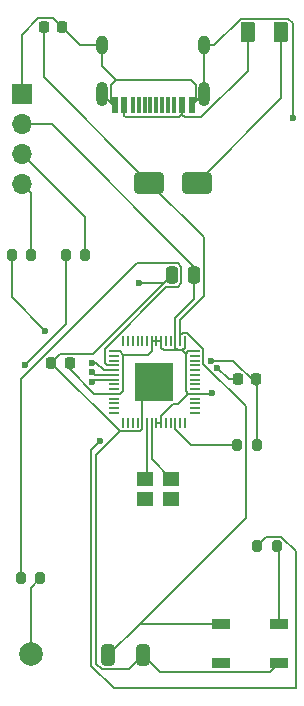
<source format=gbr>
%TF.GenerationSoftware,KiCad,Pcbnew,8.0.6*%
%TF.CreationDate,2025-05-14T20:02:39-04:00*%
%TF.ProjectId,touch_volume_controller,746f7563-685f-4766-9f6c-756d655f636f,rev?*%
%TF.SameCoordinates,Original*%
%TF.FileFunction,Copper,L1,Top*%
%TF.FilePolarity,Positive*%
%FSLAX46Y46*%
G04 Gerber Fmt 4.6, Leading zero omitted, Abs format (unit mm)*
G04 Created by KiCad (PCBNEW 8.0.6) date 2025-05-14 20:02:39*
%MOMM*%
%LPD*%
G01*
G04 APERTURE LIST*
G04 Aperture macros list*
%AMRoundRect*
0 Rectangle with rounded corners*
0 $1 Rounding radius*
0 $2 $3 $4 $5 $6 $7 $8 $9 X,Y pos of 4 corners*
0 Add a 4 corners polygon primitive as box body*
4,1,4,$2,$3,$4,$5,$6,$7,$8,$9,$2,$3,0*
0 Add four circle primitives for the rounded corners*
1,1,$1+$1,$2,$3*
1,1,$1+$1,$4,$5*
1,1,$1+$1,$6,$7*
1,1,$1+$1,$8,$9*
0 Add four rect primitives between the rounded corners*
20,1,$1+$1,$2,$3,$4,$5,0*
20,1,$1+$1,$4,$5,$6,$7,0*
20,1,$1+$1,$6,$7,$8,$9,0*
20,1,$1+$1,$8,$9,$2,$3,0*%
G04 Aperture macros list end*
%TA.AperFunction,SMDPad,CuDef*%
%ADD10RoundRect,0.200000X-0.200000X-0.275000X0.200000X-0.275000X0.200000X0.275000X-0.200000X0.275000X0*%
%TD*%
%TA.AperFunction,SMDPad,CuDef*%
%ADD11RoundRect,0.225000X-0.225000X-0.250000X0.225000X-0.250000X0.225000X0.250000X-0.225000X0.250000X0*%
%TD*%
%TA.AperFunction,SMDPad,CuDef*%
%ADD12R,1.400000X1.200000*%
%TD*%
%TA.AperFunction,SMDPad,CuDef*%
%ADD13RoundRect,0.250000X-0.325000X-0.650000X0.325000X-0.650000X0.325000X0.650000X-0.325000X0.650000X0*%
%TD*%
%TA.AperFunction,SMDPad,CuDef*%
%ADD14RoundRect,0.250000X1.000000X0.650000X-1.000000X0.650000X-1.000000X-0.650000X1.000000X-0.650000X0*%
%TD*%
%TA.AperFunction,SMDPad,CuDef*%
%ADD15C,2.000000*%
%TD*%
%TA.AperFunction,SMDPad,CuDef*%
%ADD16RoundRect,0.250000X-0.250000X-0.475000X0.250000X-0.475000X0.250000X0.475000X-0.250000X0.475000X0*%
%TD*%
%TA.AperFunction,SMDPad,CuDef*%
%ADD17RoundRect,0.090000X-0.660000X-0.360000X0.660000X-0.360000X0.660000X0.360000X-0.660000X0.360000X0*%
%TD*%
%TA.AperFunction,SMDPad,CuDef*%
%ADD18R,0.600000X1.450000*%
%TD*%
%TA.AperFunction,SMDPad,CuDef*%
%ADD19R,0.300000X1.450000*%
%TD*%
%TA.AperFunction,ComponentPad*%
%ADD20O,1.000000X2.100000*%
%TD*%
%TA.AperFunction,ComponentPad*%
%ADD21O,1.000000X1.600000*%
%TD*%
%TA.AperFunction,ComponentPad*%
%ADD22R,1.700000X1.700000*%
%TD*%
%TA.AperFunction,ComponentPad*%
%ADD23O,1.700000X1.700000*%
%TD*%
%TA.AperFunction,SMDPad,CuDef*%
%ADD24RoundRect,0.250000X-0.375000X-0.625000X0.375000X-0.625000X0.375000X0.625000X-0.375000X0.625000X0*%
%TD*%
%TA.AperFunction,SMDPad,CuDef*%
%ADD25RoundRect,0.050000X-0.387500X-0.050000X0.387500X-0.050000X0.387500X0.050000X-0.387500X0.050000X0*%
%TD*%
%TA.AperFunction,SMDPad,CuDef*%
%ADD26RoundRect,0.050000X-0.050000X-0.387500X0.050000X-0.387500X0.050000X0.387500X-0.050000X0.387500X0*%
%TD*%
%TA.AperFunction,HeatsinkPad*%
%ADD27R,3.200000X3.200000*%
%TD*%
%TA.AperFunction,ViaPad*%
%ADD28C,0.600000*%
%TD*%
%TA.AperFunction,Conductor*%
%ADD29C,0.200000*%
%TD*%
G04 APERTURE END LIST*
D10*
%TO.P,R4,1*%
%TO.N,/SDA*%
X30137600Y-70180200D03*
%TO.P,R4,2*%
%TO.N,Net-(J2-Pin_4)*%
X31787600Y-70180200D03*
%TD*%
D11*
%TO.P,C3,1*%
%TO.N,GND*%
X33464200Y-79324200D03*
%TO.P,C3,2*%
%TO.N,/+3.3V*%
X35014200Y-79324200D03*
%TD*%
D12*
%TO.P,Y1,1,1*%
%TO.N,Net-(U1-XOUT)*%
X43627400Y-89128600D03*
%TO.P,Y1,2,2*%
%TO.N,Net-(U1-XIN)*%
X41427400Y-89128600D03*
%TO.P,Y1,3*%
%TO.N,N/C*%
X41427400Y-90828600D03*
%TO.P,Y1,4*%
X43627400Y-90828600D03*
%TD*%
D10*
%TO.P,R2,1*%
%TO.N,/GPIO_TOUCH*%
X30874200Y-97561400D03*
%TO.P,R2,2*%
%TO.N,Net-(R2-Pad2)*%
X32524200Y-97561400D03*
%TD*%
D11*
%TO.P,C1,1*%
%TO.N,+5V_PROTECTED*%
X32829200Y-50876200D03*
%TO.P,C1,2*%
%TO.N,GND*%
X34379200Y-50876200D03*
%TD*%
D13*
%TO.P,C5,1*%
%TO.N,+5V_PROTECTED*%
X38301400Y-104063800D03*
%TO.P,C5,2*%
%TO.N,GND*%
X41251400Y-104063800D03*
%TD*%
D14*
%TO.P,D1,1,K*%
%TO.N,/+5V_IN*%
X45764200Y-64058800D03*
%TO.P,D1,2,A*%
%TO.N,+5V_PROTECTED*%
X41764200Y-64058800D03*
%TD*%
D10*
%TO.P,R3,1*%
%TO.N,/PWM_OUT*%
X50889400Y-94792800D03*
%TO.P,R3,2*%
%TO.N,Net-(D2-DIN)*%
X52539400Y-94792800D03*
%TD*%
%TO.P,R1,1*%
%TO.N,Net-(U1-RUN)*%
X49213000Y-86233000D03*
%TO.P,R1,2*%
%TO.N,/+3.3V*%
X50863000Y-86233000D03*
%TD*%
D11*
%TO.P,C4,1*%
%TO.N,GND*%
X49263000Y-80721200D03*
%TO.P,C4,2*%
%TO.N,/+3.3V*%
X50813000Y-80721200D03*
%TD*%
D15*
%TO.P,TP1,1,1*%
%TO.N,Net-(R2-Pad2)*%
X31724600Y-103962200D03*
%TD*%
D16*
%TO.P,C2,1*%
%TO.N,GND*%
X43677800Y-71882000D03*
%TO.P,C2,2*%
%TO.N,/+3.3V*%
X45577800Y-71882000D03*
%TD*%
D17*
%TO.P,D2,1,VDD*%
%TO.N,+5V_PROTECTED*%
X47816600Y-101423200D03*
%TO.P,D2,2,DOUT*%
%TO.N,unconnected-(D2-DOUT-Pad2)*%
X47816600Y-104723200D03*
%TO.P,D2,3,VSS*%
%TO.N,GND*%
X52716600Y-104723200D03*
%TO.P,D2,4,DIN*%
%TO.N,Net-(D2-DIN)*%
X52716600Y-101423200D03*
%TD*%
D10*
%TO.P,R5,1*%
%TO.N,/SCL*%
X34709600Y-70205600D03*
%TO.P,R5,2*%
%TO.N,Net-(J2-Pin_3)*%
X36359600Y-70205600D03*
%TD*%
D18*
%TO.P,J1,A1,GND*%
%TO.N,GND*%
X45363200Y-57486600D03*
%TO.P,J1,A4,VBUS*%
%TO.N,/VBUS*%
X44563200Y-57486600D03*
D19*
%TO.P,J1,A5,CC1*%
%TO.N,unconnected-(J1-CC1-PadA5)*%
X43363200Y-57486600D03*
%TO.P,J1,A6,D+*%
%TO.N,unconnected-(J1-D+-PadA6)*%
X42363200Y-57486600D03*
%TO.P,J1,A7,D-*%
%TO.N,unconnected-(J1-D--PadA7)*%
X41863200Y-57486600D03*
%TO.P,J1,A8,SBU1*%
%TO.N,unconnected-(J1-SBU1-PadA8)*%
X40863200Y-57486600D03*
D18*
%TO.P,J1,A9,VBUS*%
%TO.N,/VBUS*%
X39663200Y-57486600D03*
%TO.P,J1,A12,GND*%
%TO.N,GND*%
X38863200Y-57486600D03*
%TO.P,J1,B1,GND*%
X38863200Y-57486600D03*
%TO.P,J1,B4,VBUS*%
%TO.N,/VBUS*%
X39663200Y-57486600D03*
D19*
%TO.P,J1,B5,CC2*%
%TO.N,unconnected-(J1-CC2-PadB5)*%
X40363200Y-57486600D03*
%TO.P,J1,B6,D+*%
%TO.N,unconnected-(J1-D+-PadB6)*%
X41363200Y-57486600D03*
%TO.P,J1,B7,D-*%
%TO.N,unconnected-(J1-D--PadB7)*%
X42863200Y-57486600D03*
%TO.P,J1,B8,SBU2*%
%TO.N,unconnected-(J1-SBU2-PadB8)*%
X43863200Y-57486600D03*
D18*
%TO.P,J1,B9,VBUS*%
%TO.N,/VBUS*%
X44563200Y-57486600D03*
%TO.P,J1,B12,GND*%
%TO.N,GND*%
X45363200Y-57486600D03*
D20*
%TO.P,J1,S1,SHIELD*%
X46433200Y-56571600D03*
D21*
X46433200Y-52391600D03*
D20*
X37793200Y-56571600D03*
D21*
X37793200Y-52391600D03*
%TD*%
D22*
%TO.P,J2,1,Pin_1*%
%TO.N,GND*%
X30962200Y-56525000D03*
D23*
%TO.P,J2,2,Pin_2*%
%TO.N,/+3.3V*%
X30962200Y-59065000D03*
%TO.P,J2,3,Pin_3*%
%TO.N,Net-(J2-Pin_3)*%
X30962200Y-61605000D03*
%TO.P,J2,4,Pin_4*%
%TO.N,Net-(J2-Pin_4)*%
X30962200Y-64145000D03*
%TD*%
D24*
%TO.P,F1,1*%
%TO.N,/VBUS*%
X50111200Y-51333400D03*
%TO.P,F1,2*%
%TO.N,/+5V_IN*%
X52911200Y-51333400D03*
%TD*%
D25*
%TO.P,U1,1,IOVDD*%
%TO.N,/+3.3V*%
X38736100Y-78332900D03*
%TO.P,U1,2,GPIO0*%
%TO.N,unconnected-(U1-GPIO0-Pad2)*%
X38736100Y-78732900D03*
%TO.P,U1,3,GPIO1*%
%TO.N,unconnected-(U1-GPIO1-Pad3)*%
X38736100Y-79132900D03*
%TO.P,U1,4,GPIO2*%
%TO.N,/GPIO_TOUCH*%
X38736100Y-79532900D03*
%TO.P,U1,5,GPIO3*%
%TO.N,/PWM_OUT*%
X38736100Y-79932900D03*
%TO.P,U1,6,GPIO4*%
%TO.N,/SDA*%
X38736100Y-80332900D03*
%TO.P,U1,7,GPIO5*%
%TO.N,/SCL*%
X38736100Y-80732900D03*
%TO.P,U1,8,GPIO6*%
%TO.N,unconnected-(U1-GPIO6-Pad8)*%
X38736100Y-81132900D03*
%TO.P,U1,9,GPIO7*%
%TO.N,unconnected-(U1-GPIO7-Pad9)*%
X38736100Y-81532900D03*
%TO.P,U1,10,IOVDD*%
%TO.N,/+3.3V*%
X38736100Y-81932900D03*
%TO.P,U1,11,GPIO8*%
%TO.N,unconnected-(U1-GPIO8-Pad11)*%
X38736100Y-82332900D03*
%TO.P,U1,12,GPIO9*%
%TO.N,unconnected-(U1-GPIO9-Pad12)*%
X38736100Y-82732900D03*
%TO.P,U1,13,GPIO10*%
%TO.N,unconnected-(U1-GPIO10-Pad13)*%
X38736100Y-83132900D03*
%TO.P,U1,14,GPIO11*%
%TO.N,unconnected-(U1-GPIO11-Pad14)*%
X38736100Y-83532900D03*
D26*
%TO.P,U1,15,GPIO12*%
%TO.N,unconnected-(U1-GPIO12-Pad15)*%
X39573600Y-84370400D03*
%TO.P,U1,16,GPIO13*%
%TO.N,unconnected-(U1-GPIO13-Pad16)*%
X39973600Y-84370400D03*
%TO.P,U1,17,GPIO14*%
%TO.N,unconnected-(U1-GPIO14-Pad17)*%
X40373600Y-84370400D03*
%TO.P,U1,18,GPIO15*%
%TO.N,unconnected-(U1-GPIO15-Pad18)*%
X40773600Y-84370400D03*
%TO.P,U1,19,TESTEN*%
%TO.N,GND*%
X41173600Y-84370400D03*
%TO.P,U1,20,XIN*%
%TO.N,Net-(U1-XIN)*%
X41573600Y-84370400D03*
%TO.P,U1,21,XOUT*%
%TO.N,Net-(U1-XOUT)*%
X41973600Y-84370400D03*
%TO.P,U1,22,IOVDD*%
%TO.N,/+3.3V*%
X42373600Y-84370400D03*
%TO.P,U1,23,DVDD*%
X42773600Y-84370400D03*
%TO.P,U1,24,SWCLK*%
%TO.N,unconnected-(U1-SWCLK-Pad24)*%
X43173600Y-84370400D03*
%TO.P,U1,25,SWD*%
%TO.N,unconnected-(U1-SWD-Pad25)*%
X43573600Y-84370400D03*
%TO.P,U1,26,RUN*%
%TO.N,Net-(U1-RUN)*%
X43973600Y-84370400D03*
%TO.P,U1,27,GPIO16*%
%TO.N,unconnected-(U1-GPIO16-Pad27)*%
X44373600Y-84370400D03*
%TO.P,U1,28,GPIO17*%
%TO.N,unconnected-(U1-GPIO17-Pad28)*%
X44773600Y-84370400D03*
D25*
%TO.P,U1,29,GPIO18*%
%TO.N,unconnected-(U1-GPIO18-Pad29)*%
X45611100Y-83532900D03*
%TO.P,U1,30,GPIO19*%
%TO.N,unconnected-(U1-GPIO19-Pad30)*%
X45611100Y-83132900D03*
%TO.P,U1,31,GPIO20*%
%TO.N,unconnected-(U1-GPIO20-Pad31)*%
X45611100Y-82732900D03*
%TO.P,U1,32,GPIO21*%
%TO.N,unconnected-(U1-GPIO21-Pad32)*%
X45611100Y-82332900D03*
%TO.P,U1,33,IOVDD*%
%TO.N,/+3.3V*%
X45611100Y-81932900D03*
%TO.P,U1,34,GPIO22*%
%TO.N,unconnected-(U1-GPIO22-Pad34)*%
X45611100Y-81532900D03*
%TO.P,U1,35,GPIO23*%
%TO.N,unconnected-(U1-GPIO23-Pad35)*%
X45611100Y-81132900D03*
%TO.P,U1,36,GPIO24*%
%TO.N,unconnected-(U1-GPIO24-Pad36)*%
X45611100Y-80732900D03*
%TO.P,U1,37,GPIO25*%
%TO.N,unconnected-(U1-GPIO25-Pad37)*%
X45611100Y-80332900D03*
%TO.P,U1,38,GPIO26_ADC0*%
%TO.N,unconnected-(U1-GPIO26_ADC0-Pad38)*%
X45611100Y-79932900D03*
%TO.P,U1,39,GPIO27_ADC1*%
%TO.N,unconnected-(U1-GPIO27_ADC1-Pad39)*%
X45611100Y-79532900D03*
%TO.P,U1,40,GPIO28_ADC2*%
%TO.N,unconnected-(U1-GPIO28_ADC2-Pad40)*%
X45611100Y-79132900D03*
%TO.P,U1,41,GPIO29_ADC3*%
%TO.N,unconnected-(U1-GPIO29_ADC3-Pad41)*%
X45611100Y-78732900D03*
%TO.P,U1,42,IOVDD*%
%TO.N,/+3.3V*%
X45611100Y-78332900D03*
D26*
%TO.P,U1,43,ADC_AVDD*%
X44773600Y-77495400D03*
%TO.P,U1,44,VREG_IN*%
%TO.N,+5V_PROTECTED*%
X44373600Y-77495400D03*
%TO.P,U1,45,VREG_VOUT*%
%TO.N,/+3.3V*%
X43973600Y-77495400D03*
%TO.P,U1,46,USB_DM*%
%TO.N,unconnected-(U1-USB_DM-Pad46)*%
X43573600Y-77495400D03*
%TO.P,U1,47,USB_DP*%
%TO.N,unconnected-(U1-USB_DP-Pad47)*%
X43173600Y-77495400D03*
%TO.P,U1,48,USB_VDD*%
%TO.N,/+3.3V*%
X42773600Y-77495400D03*
%TO.P,U1,49,IOVDD*%
X42373600Y-77495400D03*
%TO.P,U1,50,DVDD*%
X41973600Y-77495400D03*
%TO.P,U1,51,QSPI_SD3*%
%TO.N,unconnected-(U1-QSPI_SD3-Pad51)*%
X41573600Y-77495400D03*
%TO.P,U1,52,QSPI_SCLK*%
%TO.N,unconnected-(U1-QSPI_SCLK-Pad52)*%
X41173600Y-77495400D03*
%TO.P,U1,53,QSPI_SD0*%
%TO.N,unconnected-(U1-QSPI_SD0-Pad53)*%
X40773600Y-77495400D03*
%TO.P,U1,54,QSPI_SD2*%
%TO.N,unconnected-(U1-QSPI_SD2-Pad54)*%
X40373600Y-77495400D03*
%TO.P,U1,55,QSPI_SD1*%
%TO.N,unconnected-(U1-QSPI_SD1-Pad55)*%
X39973600Y-77495400D03*
%TO.P,U1,56,QSPI_SS*%
%TO.N,unconnected-(U1-QSPI_SS-Pad56)*%
X39573600Y-77495400D03*
D27*
%TO.P,U1,57,GND*%
%TO.N,GND*%
X42173600Y-80932900D03*
%TD*%
D28*
%TO.N,GND*%
X53898800Y-58623200D03*
X40919400Y-72542400D03*
X47509465Y-79719135D03*
X42173600Y-80932900D03*
%TO.N,/+3.3V*%
X46948600Y-79119135D03*
X47066200Y-81889600D03*
%TO.N,/PWM_OUT*%
X37572835Y-85934435D03*
X36871450Y-79286952D03*
%TO.N,/SDA*%
X36906200Y-80086200D03*
X32943800Y-76581000D03*
%TO.N,/SCL*%
X36931600Y-80899000D03*
X31228087Y-79488087D03*
%TD*%
D29*
%TO.N,+5V_PROTECTED*%
X38301400Y-104063800D02*
X40942000Y-101423200D01*
X46348600Y-78136540D02*
X44969960Y-76757900D01*
X40942000Y-101423200D02*
X47816600Y-101423200D01*
X44373600Y-75699086D02*
X46377800Y-73694886D01*
X41764200Y-64058800D02*
X32829200Y-55123800D01*
X46377800Y-73694886D02*
X46377800Y-68672400D01*
X32829200Y-55123800D02*
X32829200Y-50876200D01*
X44373600Y-76961540D02*
X44373600Y-77495400D01*
X40942000Y-101423200D02*
X49913000Y-92452200D01*
X49913000Y-82971200D02*
X46348600Y-79406800D01*
X44373600Y-77495400D02*
X44373600Y-75699086D01*
X44577240Y-76757900D02*
X44373600Y-76961540D01*
X46348600Y-79406800D02*
X46348600Y-78136540D01*
X49913000Y-92452200D02*
X49913000Y-82971200D01*
X44969960Y-76757900D02*
X44577240Y-76757900D01*
X46377800Y-68672400D02*
X41764200Y-64058800D01*
%TO.N,GND*%
X34379200Y-50876200D02*
X33604200Y-50101200D01*
X45678200Y-57171600D02*
X45678200Y-55762006D01*
X46433200Y-56571600D02*
X46278200Y-56571600D01*
X42173600Y-80932900D02*
X41173600Y-81932900D01*
X37741656Y-105263800D02*
X37261800Y-104783944D01*
X34239200Y-78549200D02*
X33464200Y-79324200D01*
X45282794Y-55366600D02*
X38943606Y-55366600D01*
X38708200Y-57486600D02*
X37793200Y-56571600D01*
X47268256Y-52391600D02*
X49501456Y-50158400D01*
X51966600Y-105473200D02*
X42660800Y-105473200D01*
X33604200Y-50101200D02*
X32380504Y-50101200D01*
X40051400Y-105263800D02*
X37741656Y-105263800D01*
X40919400Y-72542400D02*
X43017400Y-72542400D01*
X42660800Y-105473200D02*
X41251400Y-104063800D01*
X43017400Y-72542400D02*
X43677800Y-71882000D01*
X38943606Y-55366600D02*
X38548200Y-55762006D01*
X38943606Y-55366594D02*
X37793200Y-54216188D01*
X52716600Y-104723200D02*
X51966600Y-105473200D01*
X46433200Y-52391600D02*
X47268256Y-52391600D01*
X41173600Y-81932900D02*
X41173600Y-84370400D01*
X32380504Y-50101200D02*
X30962200Y-51519504D01*
X53520944Y-50158400D02*
X53898800Y-50536256D01*
X41173600Y-84904260D02*
X41173600Y-84370400D01*
X38943606Y-55366600D02*
X38943606Y-55366594D01*
X40969960Y-85107900D02*
X41173600Y-84904260D01*
X49263000Y-80721200D02*
X48511530Y-80721200D01*
X41251400Y-104063800D02*
X40051400Y-105263800D01*
X46278200Y-56571600D02*
X45363200Y-57486600D01*
X37261800Y-87094000D02*
X39247900Y-85107900D01*
X49501456Y-50158400D02*
X53520944Y-50158400D01*
X48511530Y-80721200D02*
X47509465Y-79719135D01*
X45678200Y-55762006D02*
X45282794Y-55366600D01*
X38863200Y-57486600D02*
X38708200Y-57486600D01*
X38548200Y-57171600D02*
X38863200Y-57486600D01*
X39247900Y-85107900D02*
X40969960Y-85107900D01*
X38548200Y-55762006D02*
X38548200Y-57171600D01*
X46331600Y-52319400D02*
X46176600Y-52319400D01*
X30962200Y-51519504D02*
X30962200Y-56525000D01*
X43677800Y-71882000D02*
X37010600Y-78549200D01*
X37261800Y-104783944D02*
X37261800Y-87094000D01*
X33464200Y-79324200D02*
X39247900Y-85107900D01*
X37793200Y-54216188D02*
X37793200Y-52391600D01*
X35894600Y-52391600D02*
X34379200Y-50876200D01*
X45363200Y-57486600D02*
X45678200Y-57171600D01*
X46433200Y-56571600D02*
X46433200Y-52391600D01*
X53898800Y-50536256D02*
X53898800Y-58623200D01*
X37793200Y-52391600D02*
X35894600Y-52391600D01*
X37010600Y-78549200D02*
X34239200Y-78549200D01*
%TO.N,/+3.3V*%
X43973600Y-77495400D02*
X43973600Y-75533400D01*
X47022900Y-81932900D02*
X45611100Y-81932900D01*
X44177240Y-78232900D02*
X44569960Y-78232900D01*
X42773600Y-84370400D02*
X42773600Y-83836540D01*
X42773600Y-83836540D02*
X43777240Y-82832900D01*
X39547800Y-78610740D02*
X39269960Y-78332900D01*
X33485800Y-59065000D02*
X45577800Y-71157000D01*
X44873600Y-78536540D02*
X44569960Y-78232900D01*
X44569960Y-78232900D02*
X44773600Y-78029260D01*
X45077240Y-78332900D02*
X45611100Y-78332900D01*
X47066200Y-81889600D02*
X47022900Y-81932900D01*
X44873600Y-81729260D02*
X44873600Y-78536540D01*
X45577800Y-73929200D02*
X45577800Y-71882000D01*
X42773600Y-77495400D02*
X42773600Y-78029260D01*
X43973600Y-78029260D02*
X44177240Y-78232900D01*
X35014200Y-79324200D02*
X35014200Y-79830129D01*
X41695760Y-78610740D02*
X41973600Y-78332900D01*
X39547800Y-81655060D02*
X39547800Y-78610740D01*
X39269960Y-81932900D02*
X39547800Y-81655060D01*
X45077240Y-81932900D02*
X45611100Y-81932900D01*
X43973600Y-75533400D02*
X45577800Y-73929200D01*
X50813000Y-80721200D02*
X50813000Y-81196200D01*
X35014200Y-79830129D02*
X37116971Y-81932900D01*
X39547800Y-78610740D02*
X41695760Y-78610740D01*
X50863000Y-80771200D02*
X50813000Y-80721200D01*
X45577800Y-71157000D02*
X45577800Y-71882000D01*
X44873600Y-78536540D02*
X45077240Y-78332900D01*
X50813000Y-81196200D02*
X50813000Y-81047504D01*
X50813000Y-81047504D02*
X48884631Y-79119135D01*
X44177240Y-82832900D02*
X45077240Y-81932900D01*
X42773600Y-78029260D02*
X42977240Y-78232900D01*
X44773600Y-78029260D02*
X44773600Y-77495400D01*
X41973600Y-77495400D02*
X42773600Y-77495400D01*
X43973600Y-77495400D02*
X43973600Y-78029260D01*
X39269960Y-78332900D02*
X38736100Y-78332900D01*
X43777240Y-82832900D02*
X44177240Y-82832900D01*
X42373600Y-84370400D02*
X42773600Y-84370400D01*
X50863000Y-86233000D02*
X50863000Y-80771200D01*
X37116971Y-81932900D02*
X39269960Y-81932900D01*
X41973600Y-78332900D02*
X41973600Y-77495400D01*
X30962200Y-59065000D02*
X33485800Y-59065000D01*
X45077240Y-81932900D02*
X44873600Y-81729260D01*
X48884631Y-79119135D02*
X46948600Y-79119135D01*
X42977240Y-78232900D02*
X44177240Y-78232900D01*
%TO.N,/+5V_IN*%
X52911200Y-56911800D02*
X45764200Y-64058800D01*
X52911200Y-51333400D02*
X52911200Y-56911800D01*
%TO.N,Net-(D2-DIN)*%
X52716600Y-94970000D02*
X52539400Y-94792800D01*
X52716600Y-101423200D02*
X52716600Y-94970000D01*
%TO.N,/VBUS*%
X44563200Y-57486600D02*
X44563200Y-58261600D01*
X50111200Y-54574971D02*
X46174571Y-58511600D01*
X50111200Y-51333400D02*
X50111200Y-54574971D01*
X39763200Y-58511600D02*
X39663200Y-58411600D01*
X44763200Y-58511600D02*
X44563200Y-58311600D01*
X44313200Y-58511600D02*
X39763200Y-58511600D01*
X39663200Y-58411600D02*
X39663200Y-57486600D01*
X44563200Y-58311600D02*
X44563200Y-57486600D01*
X44563200Y-58261600D02*
X44313200Y-58511600D01*
X46174571Y-58511600D02*
X44763200Y-58511600D01*
%TO.N,Net-(J2-Pin_4)*%
X31787600Y-64970400D02*
X30962200Y-64145000D01*
X31787600Y-70180200D02*
X31787600Y-64970400D01*
%TO.N,Net-(J2-Pin_3)*%
X36359600Y-67002400D02*
X30962200Y-61605000D01*
X36359600Y-70205600D02*
X36359600Y-67002400D01*
%TO.N,Net-(U1-RUN)*%
X43973600Y-84904260D02*
X45302340Y-86233000D01*
X45302340Y-86233000D02*
X49213000Y-86233000D01*
X43973600Y-84370400D02*
X43973600Y-84904260D01*
%TO.N,/GPIO_TOUCH*%
X37998600Y-79329260D02*
X38202240Y-79532900D01*
X44477800Y-71172256D02*
X44477800Y-72591744D01*
X44162544Y-70857000D02*
X44477800Y-71172256D01*
X38202240Y-79532900D02*
X38736100Y-79532900D01*
X43218486Y-72907000D02*
X37998600Y-78126886D01*
X30874200Y-80690504D02*
X40707704Y-70857000D01*
X44162544Y-72907000D02*
X43218486Y-72907000D01*
X37998600Y-78126886D02*
X37998600Y-79329260D01*
X30874200Y-97561400D02*
X30874200Y-80690504D01*
X44477800Y-72591744D02*
X44162544Y-72907000D01*
X40707704Y-70857000D02*
X44162544Y-70857000D01*
%TO.N,Net-(R2-Pad2)*%
X31724600Y-98361000D02*
X32524200Y-97561400D01*
X31724600Y-103962200D02*
X31724600Y-98361000D01*
%TO.N,/PWM_OUT*%
X50889400Y-94792800D02*
X51664400Y-94017800D01*
X37921300Y-79932900D02*
X38736100Y-79932900D01*
X37275352Y-79286952D02*
X37921300Y-79932900D01*
X36871450Y-79286952D02*
X37275352Y-79286952D01*
X54168600Y-95234352D02*
X54168600Y-106842000D01*
X52952048Y-94017800D02*
X54168600Y-95234352D01*
X36855400Y-86651870D02*
X37572835Y-85934435D01*
X51664400Y-94017800D02*
X52952048Y-94017800D01*
X54168600Y-106842000D02*
X38754170Y-106842000D01*
X36855400Y-104943230D02*
X36855400Y-86651870D01*
X38754170Y-106842000D02*
X36855400Y-104943230D01*
%TO.N,/SDA*%
X30137600Y-73774800D02*
X32943800Y-76581000D01*
X36906200Y-80086200D02*
X37152900Y-80332900D01*
X37152900Y-80332900D02*
X38736100Y-80332900D01*
X30137600Y-70180200D02*
X30137600Y-73774800D01*
%TO.N,/SCL*%
X34709600Y-70205600D02*
X34709600Y-76006574D01*
X34709600Y-76006574D02*
X31228087Y-79488087D01*
X36931600Y-80899000D02*
X37097700Y-80732900D01*
X37097700Y-80732900D02*
X38736100Y-80732900D01*
%TO.N,Net-(U1-XIN)*%
X41427400Y-89128600D02*
X41573600Y-88982400D01*
X41573600Y-88982400D02*
X41573600Y-84370400D01*
%TO.N,Net-(U1-XOUT)*%
X43627400Y-89128600D02*
X41973600Y-87474800D01*
X41973600Y-87474800D02*
X41973600Y-84370400D01*
%TD*%
M02*

</source>
